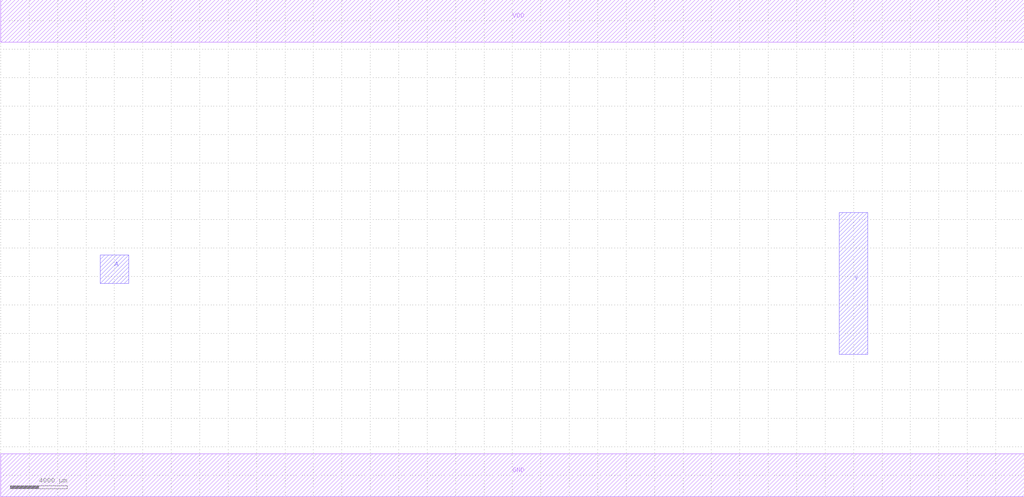
<source format=lef>
MACRO CLKBUF1
 CLASS CORE ;
 ORIGIN 0 0 ;
 FOREIGN CLKBUF1 0 0 ;
 SITE CORE ;
 SYMMETRY X Y R90 ;
  PIN VDD
   DIRECTION INOUT ;
   USE SIGNAL ;
   SHAPE ABUTMENT ;
    PORT
     CLASS CORE ;
       LAYER metal1 ;
        RECT 0.00000000 30500.00000000 72000.00000000 33500.00000000 ;
    END
  END VDD

  PIN GND
   DIRECTION INOUT ;
   USE SIGNAL ;
   SHAPE ABUTMENT ;
    PORT
     CLASS CORE ;
       LAYER metal1 ;
        RECT 0.00000000 -1500.00000000 72000.00000000 1500.00000000 ;
    END
  END GND

  PIN A
   DIRECTION INOUT ;
   USE SIGNAL ;
   SHAPE ABUTMENT ;
    PORT
     CLASS CORE ;
       LAYER metal2 ;
        RECT 7000.00000000 13500.00000000 9000.00000000 15500.00000000 ;
    END
  END A

  PIN Y
   DIRECTION INOUT ;
   USE SIGNAL ;
   SHAPE ABUTMENT ;
    PORT
     CLASS CORE ;
       LAYER metal2 ;
        RECT 59000.00000000 8500.00000000 61000.00000000 18500.00000000 ;
    END
  END Y


END CLKBUF1

</source>
